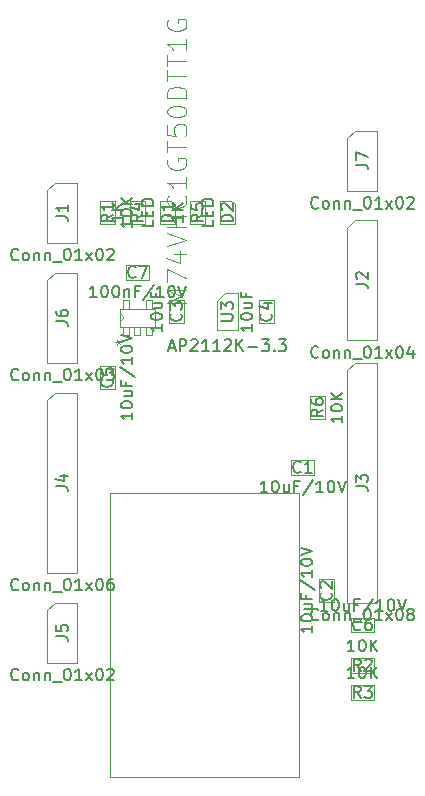
<source format=gbr>
G04 #@! TF.GenerationSoftware,KiCad,Pcbnew,5.1.7-a382d34a8~88~ubuntu20.04.1*
G04 #@! TF.CreationDate,2021-04-25T17:10:14-07:00*
G04 #@! TF.ProjectId,esp8266-wiz550io,65737038-3236-4362-9d77-697a35353069,Feb2021*
G04 #@! TF.SameCoordinates,Original*
G04 #@! TF.FileFunction,Other,Fab,Top*
%FSLAX46Y46*%
G04 Gerber Fmt 4.6, Leading zero omitted, Abs format (unit mm)*
G04 Created by KiCad (PCBNEW 5.1.7-a382d34a8~88~ubuntu20.04.1) date 2021-04-25 17:10:14*
%MOMM*%
%LPD*%
G01*
G04 APERTURE LIST*
%ADD10C,0.050000*%
%ADD11C,0.100000*%
%ADD12C,0.150000*%
%ADD13C,0.015000*%
G04 APERTURE END LIST*
D10*
G04 #@! TO.C,U1*
X54850000Y-82060000D02*
X54850000Y-58060000D01*
X54858000Y-58060000D02*
X70858000Y-58060000D01*
X70858000Y-58060000D02*
X70858000Y-82060000D01*
X70858000Y-82060000D02*
X54858000Y-82060000D01*
D11*
G04 #@! TO.C,J7*
X75565000Y-27365000D02*
X77470000Y-27365000D01*
X77470000Y-27365000D02*
X77470000Y-32445000D01*
X77470000Y-32445000D02*
X74930000Y-32445000D01*
X74930000Y-32445000D02*
X74930000Y-28000000D01*
X74930000Y-28000000D02*
X75565000Y-27365000D01*
G04 #@! TO.C,C7*
X58150000Y-39970000D02*
X56150000Y-39970000D01*
X58150000Y-38770000D02*
X58150000Y-39970000D01*
X56150000Y-38770000D02*
X58150000Y-38770000D01*
X56150000Y-39970000D02*
X56150000Y-38770000D01*
G04 #@! TO.C,C4*
X67472000Y-43672000D02*
X67472000Y-41672000D01*
X68672000Y-43672000D02*
X67472000Y-43672000D01*
X68672000Y-41672000D02*
X68672000Y-43672000D01*
X67472000Y-41672000D02*
X68672000Y-41672000D01*
G04 #@! TO.C,C3*
X59852000Y-43672000D02*
X59852000Y-41672000D01*
X61052000Y-43672000D02*
X59852000Y-43672000D01*
X61052000Y-41672000D02*
X61052000Y-43672000D01*
X59852000Y-41672000D02*
X61052000Y-41672000D01*
G04 #@! TO.C,C6*
X75200000Y-68615000D02*
X77200000Y-68615000D01*
X75200000Y-69815000D02*
X75200000Y-68615000D01*
X77200000Y-69815000D02*
X75200000Y-69815000D01*
X77200000Y-68615000D02*
X77200000Y-69815000D01*
G04 #@! TO.C,C5*
X55210000Y-47260000D02*
X55210000Y-49260000D01*
X54010000Y-47260000D02*
X55210000Y-47260000D01*
X54010000Y-49260000D02*
X54010000Y-47260000D01*
X55210000Y-49260000D02*
X54010000Y-49260000D01*
G04 #@! TO.C,U3*
X65670000Y-41122000D02*
X65670000Y-44222000D01*
X65670000Y-44222000D02*
X63870000Y-44222000D01*
X63870000Y-41772000D02*
X63870000Y-44222000D01*
X65670000Y-41122000D02*
X64520000Y-41122000D01*
X63870000Y-41772000D02*
X64520000Y-41122000D01*
G04 #@! TO.C,U2*
X55956200Y-41681400D02*
X55956200Y-42418000D01*
X56438800Y-41681400D02*
X55956200Y-41681400D01*
X56438800Y-42418000D02*
X56438800Y-41681400D01*
X55956200Y-42418000D02*
X56438800Y-42418000D01*
X55651400Y-42418000D02*
X55956200Y-42418000D01*
X57861200Y-41681400D02*
X57861200Y-42418000D01*
X58343800Y-41681400D02*
X57861200Y-41681400D01*
X58343800Y-42418000D02*
X58343800Y-41681400D01*
X58343800Y-44678600D02*
X58343800Y-43942000D01*
X57861200Y-44678600D02*
X58343800Y-44678600D01*
X57861200Y-43942000D02*
X57861200Y-44678600D01*
X58343800Y-43942000D02*
X57861200Y-43942000D01*
X58648600Y-43942000D02*
X58343800Y-43942000D01*
X57404000Y-44678600D02*
X57404000Y-43942000D01*
X56896000Y-44678600D02*
X57404000Y-44678600D01*
X56896000Y-43942000D02*
X56896000Y-44678600D01*
X56438800Y-44678600D02*
X56438800Y-43942000D01*
X55956200Y-44678600D02*
X56438800Y-44678600D01*
X55956200Y-43942000D02*
X55956200Y-44678600D01*
X57404000Y-43942000D02*
X57861200Y-43942000D01*
X56896000Y-43942000D02*
X57404000Y-43942000D01*
X56438800Y-43942000D02*
X56896000Y-43942000D01*
X55956200Y-43942000D02*
X56438800Y-43942000D01*
X55651400Y-43942000D02*
X55956200Y-43942000D01*
X55651400Y-43484800D02*
X55651400Y-43942000D01*
X55651400Y-42875200D02*
X55651400Y-43484800D01*
X55651400Y-42418000D02*
X55651400Y-42875200D01*
X57861200Y-42418000D02*
X56438800Y-42418000D01*
X58343800Y-42418000D02*
X57861200Y-42418000D01*
X58648600Y-42418000D02*
X58343800Y-42418000D01*
X58648600Y-43942000D02*
X58648600Y-42418000D01*
X55651400Y-42875200D02*
G75*
G02*
X55651400Y-43484800I0J-304800D01*
G01*
G04 #@! TO.C,R6*
X72990000Y-49800000D02*
X72990000Y-51800000D01*
X71790000Y-49800000D02*
X72990000Y-49800000D01*
X71790000Y-51800000D02*
X71790000Y-49800000D01*
X72990000Y-51800000D02*
X71790000Y-51800000D01*
G04 #@! TO.C,R5*
X61630000Y-35290000D02*
X61630000Y-33290000D01*
X62830000Y-35290000D02*
X61630000Y-35290000D01*
X62830000Y-33290000D02*
X62830000Y-35290000D01*
X61630000Y-33290000D02*
X62830000Y-33290000D01*
G04 #@! TO.C,R4*
X56550000Y-35290000D02*
X56550000Y-33290000D01*
X57750000Y-35290000D02*
X56550000Y-35290000D01*
X57750000Y-33290000D02*
X57750000Y-35290000D01*
X56550000Y-33290000D02*
X57750000Y-33290000D01*
G04 #@! TO.C,R3*
X75200000Y-74330000D02*
X77200000Y-74330000D01*
X75200000Y-75530000D02*
X75200000Y-74330000D01*
X77200000Y-75530000D02*
X75200000Y-75530000D01*
X77200000Y-74330000D02*
X77200000Y-75530000D01*
G04 #@! TO.C,R2*
X75200000Y-72044000D02*
X77200000Y-72044000D01*
X75200000Y-73244000D02*
X75200000Y-72044000D01*
X77200000Y-73244000D02*
X75200000Y-73244000D01*
X77200000Y-72044000D02*
X77200000Y-73244000D01*
G04 #@! TO.C,R1*
X55210000Y-33290000D02*
X55210000Y-35290000D01*
X54010000Y-33290000D02*
X55210000Y-33290000D01*
X54010000Y-35290000D02*
X54010000Y-33290000D01*
X55210000Y-35290000D02*
X54010000Y-35290000D01*
G04 #@! TO.C,J6*
X49530000Y-40005000D02*
X50165000Y-39370000D01*
X49530000Y-46990000D02*
X49530000Y-40005000D01*
X52070000Y-46990000D02*
X49530000Y-46990000D01*
X52070000Y-39370000D02*
X52070000Y-46990000D01*
X50165000Y-39370000D02*
X52070000Y-39370000D01*
G04 #@! TO.C,J5*
X50165000Y-67310000D02*
X52070000Y-67310000D01*
X52070000Y-67310000D02*
X52070000Y-72390000D01*
X52070000Y-72390000D02*
X49530000Y-72390000D01*
X49530000Y-72390000D02*
X49530000Y-67945000D01*
X49530000Y-67945000D02*
X50165000Y-67310000D01*
G04 #@! TO.C,J4*
X50165000Y-49530000D02*
X52070000Y-49530000D01*
X52070000Y-49530000D02*
X52070000Y-64770000D01*
X52070000Y-64770000D02*
X49530000Y-64770000D01*
X49530000Y-64770000D02*
X49530000Y-50165000D01*
X49530000Y-50165000D02*
X50165000Y-49530000D01*
G04 #@! TO.C,J3*
X74930000Y-47625000D02*
X75565000Y-46990000D01*
X74930000Y-67310000D02*
X74930000Y-47625000D01*
X77470000Y-67310000D02*
X74930000Y-67310000D01*
X77470000Y-46990000D02*
X77470000Y-67310000D01*
X75565000Y-46990000D02*
X77470000Y-46990000D01*
G04 #@! TO.C,J2*
X75565000Y-34925000D02*
X77470000Y-34925000D01*
X77470000Y-34925000D02*
X77470000Y-45085000D01*
X77470000Y-45085000D02*
X74930000Y-45085000D01*
X74930000Y-45085000D02*
X74930000Y-35560000D01*
X74930000Y-35560000D02*
X75565000Y-34925000D01*
G04 #@! TO.C,J1*
X50165000Y-31750000D02*
X52070000Y-31750000D01*
X52070000Y-31750000D02*
X52070000Y-36830000D01*
X52070000Y-36830000D02*
X49530000Y-36830000D01*
X49530000Y-36830000D02*
X49530000Y-32385000D01*
X49530000Y-32385000D02*
X50165000Y-31750000D01*
G04 #@! TO.C,D2*
X64170000Y-35290000D02*
X65370000Y-35290000D01*
X64170000Y-33290000D02*
X64170000Y-35290000D01*
X65070000Y-33290000D02*
X64170000Y-33290000D01*
X65370000Y-33590000D02*
X65070000Y-33290000D01*
X65370000Y-35290000D02*
X65370000Y-33590000D01*
G04 #@! TO.C,D1*
X59090000Y-35290000D02*
X60290000Y-35290000D01*
X59090000Y-33290000D02*
X59090000Y-35290000D01*
X59990000Y-33290000D02*
X59090000Y-33290000D01*
X60290000Y-33590000D02*
X59990000Y-33290000D01*
X60290000Y-35290000D02*
X60290000Y-33590000D01*
G04 #@! TO.C,C2*
X72552000Y-67294000D02*
X72552000Y-65294000D01*
X73752000Y-67294000D02*
X72552000Y-67294000D01*
X73752000Y-65294000D02*
X73752000Y-67294000D01*
X72552000Y-65294000D02*
X73752000Y-65294000D01*
G04 #@! TO.C,C1*
X72120000Y-56480000D02*
X70120000Y-56480000D01*
X72120000Y-55280000D02*
X72120000Y-56480000D01*
X70120000Y-55280000D02*
X72120000Y-55280000D01*
X70120000Y-56480000D02*
X70120000Y-55280000D01*
G04 #@! TD*
G04 #@! TO.C,J7*
D12*
X72461904Y-33862142D02*
X72414285Y-33909761D01*
X72271428Y-33957380D01*
X72176190Y-33957380D01*
X72033333Y-33909761D01*
X71938095Y-33814523D01*
X71890476Y-33719285D01*
X71842857Y-33528809D01*
X71842857Y-33385952D01*
X71890476Y-33195476D01*
X71938095Y-33100238D01*
X72033333Y-33005000D01*
X72176190Y-32957380D01*
X72271428Y-32957380D01*
X72414285Y-33005000D01*
X72461904Y-33052619D01*
X73033333Y-33957380D02*
X72938095Y-33909761D01*
X72890476Y-33862142D01*
X72842857Y-33766904D01*
X72842857Y-33481190D01*
X72890476Y-33385952D01*
X72938095Y-33338333D01*
X73033333Y-33290714D01*
X73176190Y-33290714D01*
X73271428Y-33338333D01*
X73319047Y-33385952D01*
X73366666Y-33481190D01*
X73366666Y-33766904D01*
X73319047Y-33862142D01*
X73271428Y-33909761D01*
X73176190Y-33957380D01*
X73033333Y-33957380D01*
X73795238Y-33290714D02*
X73795238Y-33957380D01*
X73795238Y-33385952D02*
X73842857Y-33338333D01*
X73938095Y-33290714D01*
X74080952Y-33290714D01*
X74176190Y-33338333D01*
X74223809Y-33433571D01*
X74223809Y-33957380D01*
X74700000Y-33290714D02*
X74700000Y-33957380D01*
X74700000Y-33385952D02*
X74747619Y-33338333D01*
X74842857Y-33290714D01*
X74985714Y-33290714D01*
X75080952Y-33338333D01*
X75128571Y-33433571D01*
X75128571Y-33957380D01*
X75366666Y-34052619D02*
X76128571Y-34052619D01*
X76557142Y-32957380D02*
X76652380Y-32957380D01*
X76747619Y-33005000D01*
X76795238Y-33052619D01*
X76842857Y-33147857D01*
X76890476Y-33338333D01*
X76890476Y-33576428D01*
X76842857Y-33766904D01*
X76795238Y-33862142D01*
X76747619Y-33909761D01*
X76652380Y-33957380D01*
X76557142Y-33957380D01*
X76461904Y-33909761D01*
X76414285Y-33862142D01*
X76366666Y-33766904D01*
X76319047Y-33576428D01*
X76319047Y-33338333D01*
X76366666Y-33147857D01*
X76414285Y-33052619D01*
X76461904Y-33005000D01*
X76557142Y-32957380D01*
X77842857Y-33957380D02*
X77271428Y-33957380D01*
X77557142Y-33957380D02*
X77557142Y-32957380D01*
X77461904Y-33100238D01*
X77366666Y-33195476D01*
X77271428Y-33243095D01*
X78176190Y-33957380D02*
X78700000Y-33290714D01*
X78176190Y-33290714D02*
X78700000Y-33957380D01*
X79271428Y-32957380D02*
X79366666Y-32957380D01*
X79461904Y-33005000D01*
X79509523Y-33052619D01*
X79557142Y-33147857D01*
X79604761Y-33338333D01*
X79604761Y-33576428D01*
X79557142Y-33766904D01*
X79509523Y-33862142D01*
X79461904Y-33909761D01*
X79366666Y-33957380D01*
X79271428Y-33957380D01*
X79176190Y-33909761D01*
X79128571Y-33862142D01*
X79080952Y-33766904D01*
X79033333Y-33576428D01*
X79033333Y-33338333D01*
X79080952Y-33147857D01*
X79128571Y-33052619D01*
X79176190Y-33005000D01*
X79271428Y-32957380D01*
X79985714Y-33052619D02*
X80033333Y-33005000D01*
X80128571Y-32957380D01*
X80366666Y-32957380D01*
X80461904Y-33005000D01*
X80509523Y-33052619D01*
X80557142Y-33147857D01*
X80557142Y-33243095D01*
X80509523Y-33385952D01*
X79938095Y-33957380D01*
X80557142Y-33957380D01*
X75652380Y-30238333D02*
X76366666Y-30238333D01*
X76509523Y-30285952D01*
X76604761Y-30381190D01*
X76652380Y-30524047D01*
X76652380Y-30619285D01*
X75652380Y-29857380D02*
X75652380Y-29190714D01*
X76652380Y-29619285D01*
G04 #@! TO.C,C7*
X53697619Y-41472380D02*
X53126190Y-41472380D01*
X53411904Y-41472380D02*
X53411904Y-40472380D01*
X53316666Y-40615238D01*
X53221428Y-40710476D01*
X53126190Y-40758095D01*
X54316666Y-40472380D02*
X54411904Y-40472380D01*
X54507142Y-40520000D01*
X54554761Y-40567619D01*
X54602380Y-40662857D01*
X54650000Y-40853333D01*
X54650000Y-41091428D01*
X54602380Y-41281904D01*
X54554761Y-41377142D01*
X54507142Y-41424761D01*
X54411904Y-41472380D01*
X54316666Y-41472380D01*
X54221428Y-41424761D01*
X54173809Y-41377142D01*
X54126190Y-41281904D01*
X54078571Y-41091428D01*
X54078571Y-40853333D01*
X54126190Y-40662857D01*
X54173809Y-40567619D01*
X54221428Y-40520000D01*
X54316666Y-40472380D01*
X55269047Y-40472380D02*
X55364285Y-40472380D01*
X55459523Y-40520000D01*
X55507142Y-40567619D01*
X55554761Y-40662857D01*
X55602380Y-40853333D01*
X55602380Y-41091428D01*
X55554761Y-41281904D01*
X55507142Y-41377142D01*
X55459523Y-41424761D01*
X55364285Y-41472380D01*
X55269047Y-41472380D01*
X55173809Y-41424761D01*
X55126190Y-41377142D01*
X55078571Y-41281904D01*
X55030952Y-41091428D01*
X55030952Y-40853333D01*
X55078571Y-40662857D01*
X55126190Y-40567619D01*
X55173809Y-40520000D01*
X55269047Y-40472380D01*
X56030952Y-40805714D02*
X56030952Y-41472380D01*
X56030952Y-40900952D02*
X56078571Y-40853333D01*
X56173809Y-40805714D01*
X56316666Y-40805714D01*
X56411904Y-40853333D01*
X56459523Y-40948571D01*
X56459523Y-41472380D01*
X57269047Y-40948571D02*
X56935714Y-40948571D01*
X56935714Y-41472380D02*
X56935714Y-40472380D01*
X57411904Y-40472380D01*
X58507142Y-40424761D02*
X57650000Y-41710476D01*
X59364285Y-41472380D02*
X58792857Y-41472380D01*
X59078571Y-41472380D02*
X59078571Y-40472380D01*
X58983333Y-40615238D01*
X58888095Y-40710476D01*
X58792857Y-40758095D01*
X59983333Y-40472380D02*
X60078571Y-40472380D01*
X60173809Y-40520000D01*
X60221428Y-40567619D01*
X60269047Y-40662857D01*
X60316666Y-40853333D01*
X60316666Y-41091428D01*
X60269047Y-41281904D01*
X60221428Y-41377142D01*
X60173809Y-41424761D01*
X60078571Y-41472380D01*
X59983333Y-41472380D01*
X59888095Y-41424761D01*
X59840476Y-41377142D01*
X59792857Y-41281904D01*
X59745238Y-41091428D01*
X59745238Y-40853333D01*
X59792857Y-40662857D01*
X59840476Y-40567619D01*
X59888095Y-40520000D01*
X59983333Y-40472380D01*
X60602380Y-40472380D02*
X60935714Y-41472380D01*
X61269047Y-40472380D01*
X56983333Y-39727142D02*
X56935714Y-39774761D01*
X56792857Y-39822380D01*
X56697619Y-39822380D01*
X56554761Y-39774761D01*
X56459523Y-39679523D01*
X56411904Y-39584285D01*
X56364285Y-39393809D01*
X56364285Y-39250952D01*
X56411904Y-39060476D01*
X56459523Y-38965238D01*
X56554761Y-38870000D01*
X56697619Y-38822380D01*
X56792857Y-38822380D01*
X56935714Y-38870000D01*
X56983333Y-38917619D01*
X57316666Y-38822380D02*
X57983333Y-38822380D01*
X57554761Y-39822380D01*
G04 #@! TO.C,C4*
X66874380Y-43743428D02*
X66874380Y-44314857D01*
X66874380Y-44029142D02*
X65874380Y-44029142D01*
X66017238Y-44124380D01*
X66112476Y-44219619D01*
X66160095Y-44314857D01*
X65874380Y-43124380D02*
X65874380Y-43029142D01*
X65922000Y-42933904D01*
X65969619Y-42886285D01*
X66064857Y-42838666D01*
X66255333Y-42791047D01*
X66493428Y-42791047D01*
X66683904Y-42838666D01*
X66779142Y-42886285D01*
X66826761Y-42933904D01*
X66874380Y-43029142D01*
X66874380Y-43124380D01*
X66826761Y-43219619D01*
X66779142Y-43267238D01*
X66683904Y-43314857D01*
X66493428Y-43362476D01*
X66255333Y-43362476D01*
X66064857Y-43314857D01*
X65969619Y-43267238D01*
X65922000Y-43219619D01*
X65874380Y-43124380D01*
X66207714Y-41933904D02*
X66874380Y-41933904D01*
X66207714Y-42362476D02*
X66731523Y-42362476D01*
X66826761Y-42314857D01*
X66874380Y-42219619D01*
X66874380Y-42076761D01*
X66826761Y-41981523D01*
X66779142Y-41933904D01*
X66350571Y-41124380D02*
X66350571Y-41457714D01*
X66874380Y-41457714D02*
X65874380Y-41457714D01*
X65874380Y-40981523D01*
X68429142Y-42838666D02*
X68476761Y-42886285D01*
X68524380Y-43029142D01*
X68524380Y-43124380D01*
X68476761Y-43267238D01*
X68381523Y-43362476D01*
X68286285Y-43410095D01*
X68095809Y-43457714D01*
X67952952Y-43457714D01*
X67762476Y-43410095D01*
X67667238Y-43362476D01*
X67572000Y-43267238D01*
X67524380Y-43124380D01*
X67524380Y-43029142D01*
X67572000Y-42886285D01*
X67619619Y-42838666D01*
X67857714Y-41981523D02*
X68524380Y-41981523D01*
X67476761Y-42219619D02*
X68191047Y-42457714D01*
X68191047Y-41838666D01*
G04 #@! TO.C,C3*
X59254380Y-43743428D02*
X59254380Y-44314857D01*
X59254380Y-44029142D02*
X58254380Y-44029142D01*
X58397238Y-44124380D01*
X58492476Y-44219619D01*
X58540095Y-44314857D01*
X58254380Y-43124380D02*
X58254380Y-43029142D01*
X58302000Y-42933904D01*
X58349619Y-42886285D01*
X58444857Y-42838666D01*
X58635333Y-42791047D01*
X58873428Y-42791047D01*
X59063904Y-42838666D01*
X59159142Y-42886285D01*
X59206761Y-42933904D01*
X59254380Y-43029142D01*
X59254380Y-43124380D01*
X59206761Y-43219619D01*
X59159142Y-43267238D01*
X59063904Y-43314857D01*
X58873428Y-43362476D01*
X58635333Y-43362476D01*
X58444857Y-43314857D01*
X58349619Y-43267238D01*
X58302000Y-43219619D01*
X58254380Y-43124380D01*
X58587714Y-41933904D02*
X59254380Y-41933904D01*
X58587714Y-42362476D02*
X59111523Y-42362476D01*
X59206761Y-42314857D01*
X59254380Y-42219619D01*
X59254380Y-42076761D01*
X59206761Y-41981523D01*
X59159142Y-41933904D01*
X58730571Y-41124380D02*
X58730571Y-41457714D01*
X59254380Y-41457714D02*
X58254380Y-41457714D01*
X58254380Y-40981523D01*
X60809142Y-42838666D02*
X60856761Y-42886285D01*
X60904380Y-43029142D01*
X60904380Y-43124380D01*
X60856761Y-43267238D01*
X60761523Y-43362476D01*
X60666285Y-43410095D01*
X60475809Y-43457714D01*
X60332952Y-43457714D01*
X60142476Y-43410095D01*
X60047238Y-43362476D01*
X59952000Y-43267238D01*
X59904380Y-43124380D01*
X59904380Y-43029142D01*
X59952000Y-42886285D01*
X59999619Y-42838666D01*
X59904380Y-42505333D02*
X59904380Y-41886285D01*
X60285333Y-42219619D01*
X60285333Y-42076761D01*
X60332952Y-41981523D01*
X60380571Y-41933904D01*
X60475809Y-41886285D01*
X60713904Y-41886285D01*
X60809142Y-41933904D01*
X60856761Y-41981523D01*
X60904380Y-42076761D01*
X60904380Y-42362476D01*
X60856761Y-42457714D01*
X60809142Y-42505333D01*
G04 #@! TO.C,C6*
X73223809Y-68017380D02*
X72652380Y-68017380D01*
X72938095Y-68017380D02*
X72938095Y-67017380D01*
X72842857Y-67160238D01*
X72747619Y-67255476D01*
X72652380Y-67303095D01*
X73842857Y-67017380D02*
X73938095Y-67017380D01*
X74033333Y-67065000D01*
X74080952Y-67112619D01*
X74128571Y-67207857D01*
X74176190Y-67398333D01*
X74176190Y-67636428D01*
X74128571Y-67826904D01*
X74080952Y-67922142D01*
X74033333Y-67969761D01*
X73938095Y-68017380D01*
X73842857Y-68017380D01*
X73747619Y-67969761D01*
X73700000Y-67922142D01*
X73652380Y-67826904D01*
X73604761Y-67636428D01*
X73604761Y-67398333D01*
X73652380Y-67207857D01*
X73700000Y-67112619D01*
X73747619Y-67065000D01*
X73842857Y-67017380D01*
X75033333Y-67350714D02*
X75033333Y-68017380D01*
X74604761Y-67350714D02*
X74604761Y-67874523D01*
X74652380Y-67969761D01*
X74747619Y-68017380D01*
X74890476Y-68017380D01*
X74985714Y-67969761D01*
X75033333Y-67922142D01*
X75842857Y-67493571D02*
X75509523Y-67493571D01*
X75509523Y-68017380D02*
X75509523Y-67017380D01*
X75985714Y-67017380D01*
X77080952Y-66969761D02*
X76223809Y-68255476D01*
X77938095Y-68017380D02*
X77366666Y-68017380D01*
X77652380Y-68017380D02*
X77652380Y-67017380D01*
X77557142Y-67160238D01*
X77461904Y-67255476D01*
X77366666Y-67303095D01*
X78557142Y-67017380D02*
X78652380Y-67017380D01*
X78747619Y-67065000D01*
X78795238Y-67112619D01*
X78842857Y-67207857D01*
X78890476Y-67398333D01*
X78890476Y-67636428D01*
X78842857Y-67826904D01*
X78795238Y-67922142D01*
X78747619Y-67969761D01*
X78652380Y-68017380D01*
X78557142Y-68017380D01*
X78461904Y-67969761D01*
X78414285Y-67922142D01*
X78366666Y-67826904D01*
X78319047Y-67636428D01*
X78319047Y-67398333D01*
X78366666Y-67207857D01*
X78414285Y-67112619D01*
X78461904Y-67065000D01*
X78557142Y-67017380D01*
X79176190Y-67017380D02*
X79509523Y-68017380D01*
X79842857Y-67017380D01*
X76033333Y-69572142D02*
X75985714Y-69619761D01*
X75842857Y-69667380D01*
X75747619Y-69667380D01*
X75604761Y-69619761D01*
X75509523Y-69524523D01*
X75461904Y-69429285D01*
X75414285Y-69238809D01*
X75414285Y-69095952D01*
X75461904Y-68905476D01*
X75509523Y-68810238D01*
X75604761Y-68715000D01*
X75747619Y-68667380D01*
X75842857Y-68667380D01*
X75985714Y-68715000D01*
X76033333Y-68762619D01*
X76890476Y-68667380D02*
X76700000Y-68667380D01*
X76604761Y-68715000D01*
X76557142Y-68762619D01*
X76461904Y-68905476D01*
X76414285Y-69095952D01*
X76414285Y-69476904D01*
X76461904Y-69572142D01*
X76509523Y-69619761D01*
X76604761Y-69667380D01*
X76795238Y-69667380D01*
X76890476Y-69619761D01*
X76938095Y-69572142D01*
X76985714Y-69476904D01*
X76985714Y-69238809D01*
X76938095Y-69143571D01*
X76890476Y-69095952D01*
X76795238Y-69048333D01*
X76604761Y-69048333D01*
X76509523Y-69095952D01*
X76461904Y-69143571D01*
X76414285Y-69238809D01*
G04 #@! TO.C,C5*
X56712380Y-51236190D02*
X56712380Y-51807619D01*
X56712380Y-51521904D02*
X55712380Y-51521904D01*
X55855238Y-51617142D01*
X55950476Y-51712380D01*
X55998095Y-51807619D01*
X55712380Y-50617142D02*
X55712380Y-50521904D01*
X55760000Y-50426666D01*
X55807619Y-50379047D01*
X55902857Y-50331428D01*
X56093333Y-50283809D01*
X56331428Y-50283809D01*
X56521904Y-50331428D01*
X56617142Y-50379047D01*
X56664761Y-50426666D01*
X56712380Y-50521904D01*
X56712380Y-50617142D01*
X56664761Y-50712380D01*
X56617142Y-50760000D01*
X56521904Y-50807619D01*
X56331428Y-50855238D01*
X56093333Y-50855238D01*
X55902857Y-50807619D01*
X55807619Y-50760000D01*
X55760000Y-50712380D01*
X55712380Y-50617142D01*
X56045714Y-49426666D02*
X56712380Y-49426666D01*
X56045714Y-49855238D02*
X56569523Y-49855238D01*
X56664761Y-49807619D01*
X56712380Y-49712380D01*
X56712380Y-49569523D01*
X56664761Y-49474285D01*
X56617142Y-49426666D01*
X56188571Y-48617142D02*
X56188571Y-48950476D01*
X56712380Y-48950476D02*
X55712380Y-48950476D01*
X55712380Y-48474285D01*
X55664761Y-47379047D02*
X56950476Y-48236190D01*
X56712380Y-46521904D02*
X56712380Y-47093333D01*
X56712380Y-46807619D02*
X55712380Y-46807619D01*
X55855238Y-46902857D01*
X55950476Y-46998095D01*
X55998095Y-47093333D01*
X55712380Y-45902857D02*
X55712380Y-45807619D01*
X55760000Y-45712380D01*
X55807619Y-45664761D01*
X55902857Y-45617142D01*
X56093333Y-45569523D01*
X56331428Y-45569523D01*
X56521904Y-45617142D01*
X56617142Y-45664761D01*
X56664761Y-45712380D01*
X56712380Y-45807619D01*
X56712380Y-45902857D01*
X56664761Y-45998095D01*
X56617142Y-46045714D01*
X56521904Y-46093333D01*
X56331428Y-46140952D01*
X56093333Y-46140952D01*
X55902857Y-46093333D01*
X55807619Y-46045714D01*
X55760000Y-45998095D01*
X55712380Y-45902857D01*
X55712380Y-45283809D02*
X56712380Y-44950476D01*
X55712380Y-44617142D01*
X54967142Y-48426666D02*
X55014761Y-48474285D01*
X55062380Y-48617142D01*
X55062380Y-48712380D01*
X55014761Y-48855238D01*
X54919523Y-48950476D01*
X54824285Y-48998095D01*
X54633809Y-49045714D01*
X54490952Y-49045714D01*
X54300476Y-48998095D01*
X54205238Y-48950476D01*
X54110000Y-48855238D01*
X54062380Y-48712380D01*
X54062380Y-48617142D01*
X54110000Y-48474285D01*
X54157619Y-48426666D01*
X54062380Y-47521904D02*
X54062380Y-47998095D01*
X54538571Y-48045714D01*
X54490952Y-47998095D01*
X54443333Y-47902857D01*
X54443333Y-47664761D01*
X54490952Y-47569523D01*
X54538571Y-47521904D01*
X54633809Y-47474285D01*
X54871904Y-47474285D01*
X54967142Y-47521904D01*
X55014761Y-47569523D01*
X55062380Y-47664761D01*
X55062380Y-47902857D01*
X55014761Y-47998095D01*
X54967142Y-48045714D01*
G04 #@! TO.C,U3*
X59817619Y-45738666D02*
X60293809Y-45738666D01*
X59722380Y-46024380D02*
X60055714Y-45024380D01*
X60389047Y-46024380D01*
X60722380Y-46024380D02*
X60722380Y-45024380D01*
X61103333Y-45024380D01*
X61198571Y-45072000D01*
X61246190Y-45119619D01*
X61293809Y-45214857D01*
X61293809Y-45357714D01*
X61246190Y-45452952D01*
X61198571Y-45500571D01*
X61103333Y-45548190D01*
X60722380Y-45548190D01*
X61674761Y-45119619D02*
X61722380Y-45072000D01*
X61817619Y-45024380D01*
X62055714Y-45024380D01*
X62150952Y-45072000D01*
X62198571Y-45119619D01*
X62246190Y-45214857D01*
X62246190Y-45310095D01*
X62198571Y-45452952D01*
X61627142Y-46024380D01*
X62246190Y-46024380D01*
X63198571Y-46024380D02*
X62627142Y-46024380D01*
X62912857Y-46024380D02*
X62912857Y-45024380D01*
X62817619Y-45167238D01*
X62722380Y-45262476D01*
X62627142Y-45310095D01*
X64150952Y-46024380D02*
X63579523Y-46024380D01*
X63865238Y-46024380D02*
X63865238Y-45024380D01*
X63770000Y-45167238D01*
X63674761Y-45262476D01*
X63579523Y-45310095D01*
X64531904Y-45119619D02*
X64579523Y-45072000D01*
X64674761Y-45024380D01*
X64912857Y-45024380D01*
X65008095Y-45072000D01*
X65055714Y-45119619D01*
X65103333Y-45214857D01*
X65103333Y-45310095D01*
X65055714Y-45452952D01*
X64484285Y-46024380D01*
X65103333Y-46024380D01*
X65531904Y-46024380D02*
X65531904Y-45024380D01*
X66103333Y-46024380D02*
X65674761Y-45452952D01*
X66103333Y-45024380D02*
X65531904Y-45595809D01*
X66531904Y-45643428D02*
X67293809Y-45643428D01*
X67674761Y-45024380D02*
X68293809Y-45024380D01*
X67960476Y-45405333D01*
X68103333Y-45405333D01*
X68198571Y-45452952D01*
X68246190Y-45500571D01*
X68293809Y-45595809D01*
X68293809Y-45833904D01*
X68246190Y-45929142D01*
X68198571Y-45976761D01*
X68103333Y-46024380D01*
X67817619Y-46024380D01*
X67722380Y-45976761D01*
X67674761Y-45929142D01*
X68722380Y-45929142D02*
X68770000Y-45976761D01*
X68722380Y-46024380D01*
X68674761Y-45976761D01*
X68722380Y-45929142D01*
X68722380Y-46024380D01*
X69103333Y-45024380D02*
X69722380Y-45024380D01*
X69389047Y-45405333D01*
X69531904Y-45405333D01*
X69627142Y-45452952D01*
X69674761Y-45500571D01*
X69722380Y-45595809D01*
X69722380Y-45833904D01*
X69674761Y-45929142D01*
X69627142Y-45976761D01*
X69531904Y-46024380D01*
X69246190Y-46024380D01*
X69150952Y-45976761D01*
X69103333Y-45929142D01*
X64222380Y-43433904D02*
X65031904Y-43433904D01*
X65127142Y-43386285D01*
X65174761Y-43338666D01*
X65222380Y-43243428D01*
X65222380Y-43052952D01*
X65174761Y-42957714D01*
X65127142Y-42910095D01*
X65031904Y-42862476D01*
X64222380Y-42862476D01*
X64222380Y-42481523D02*
X64222380Y-41862476D01*
X64603333Y-42195809D01*
X64603333Y-42052952D01*
X64650952Y-41957714D01*
X64698571Y-41910095D01*
X64793809Y-41862476D01*
X65031904Y-41862476D01*
X65127142Y-41910095D01*
X65174761Y-41957714D01*
X65222380Y-42052952D01*
X65222380Y-42338666D01*
X65174761Y-42433904D01*
X65127142Y-42481523D01*
G04 #@! TO.C,U2*
D13*
X61298890Y-41919547D02*
X59657551Y-41919547D01*
X60829936Y-41372434D01*
X59657551Y-40825321D01*
X61298890Y-40825321D01*
X59657551Y-40200049D02*
X59657551Y-39105823D01*
X61298890Y-39809254D01*
X60204664Y-37777120D02*
X61298890Y-37777120D01*
X59579392Y-38167915D02*
X60751777Y-38558710D01*
X60751777Y-37542643D01*
X59657551Y-37151848D02*
X61298890Y-36604735D01*
X59657551Y-36057622D01*
X61298890Y-35510509D02*
X59657551Y-35510509D01*
X60439141Y-35510509D02*
X60439141Y-34572601D01*
X61298890Y-34572601D02*
X59657551Y-34572601D01*
X61142572Y-32853103D02*
X61220731Y-32931262D01*
X61298890Y-33165739D01*
X61298890Y-33322057D01*
X61220731Y-33556534D01*
X61064413Y-33712852D01*
X60908095Y-33791011D01*
X60595459Y-33869170D01*
X60360982Y-33869170D01*
X60048346Y-33791011D01*
X59892028Y-33712852D01*
X59735710Y-33556534D01*
X59657551Y-33322057D01*
X59657551Y-33165739D01*
X59735710Y-32931262D01*
X59813869Y-32853103D01*
X61298890Y-31289923D02*
X61298890Y-32227831D01*
X61298890Y-31758877D02*
X59657551Y-31758877D01*
X59892028Y-31915195D01*
X60048346Y-32071513D01*
X60126505Y-32227831D01*
X59735710Y-29726743D02*
X59657551Y-29883061D01*
X59657551Y-30117538D01*
X59735710Y-30352015D01*
X59892028Y-30508333D01*
X60048346Y-30586492D01*
X60360982Y-30664651D01*
X60595459Y-30664651D01*
X60908095Y-30586492D01*
X61064413Y-30508333D01*
X61220731Y-30352015D01*
X61298890Y-30117538D01*
X61298890Y-29961220D01*
X61220731Y-29726743D01*
X61142572Y-29648584D01*
X60595459Y-29648584D01*
X60595459Y-29961220D01*
X59657551Y-29179630D02*
X59657551Y-28241722D01*
X61298890Y-28710676D02*
X59657551Y-28710676D01*
X59657551Y-26913019D02*
X59657551Y-27694609D01*
X60439141Y-27772768D01*
X60360982Y-27694609D01*
X60282823Y-27538291D01*
X60282823Y-27147496D01*
X60360982Y-26991178D01*
X60439141Y-26913019D01*
X60595459Y-26834860D01*
X60986254Y-26834860D01*
X61142572Y-26913019D01*
X61220731Y-26991178D01*
X61298890Y-27147496D01*
X61298890Y-27538291D01*
X61220731Y-27694609D01*
X61142572Y-27772768D01*
X59657551Y-25818793D02*
X59657551Y-25662475D01*
X59735710Y-25506157D01*
X59813869Y-25427998D01*
X59970187Y-25349839D01*
X60282823Y-25271680D01*
X60673618Y-25271680D01*
X60986254Y-25349839D01*
X61142572Y-25427998D01*
X61220731Y-25506157D01*
X61298890Y-25662475D01*
X61298890Y-25818793D01*
X61220731Y-25975111D01*
X61142572Y-26053270D01*
X60986254Y-26131429D01*
X60673618Y-26209588D01*
X60282823Y-26209588D01*
X59970187Y-26131429D01*
X59813869Y-26053270D01*
X59735710Y-25975111D01*
X59657551Y-25818793D01*
X61298890Y-24568249D02*
X59657551Y-24568249D01*
X59657551Y-24177454D01*
X59735710Y-23942977D01*
X59892028Y-23786659D01*
X60048346Y-23708500D01*
X60360982Y-23630341D01*
X60595459Y-23630341D01*
X60908095Y-23708500D01*
X61064413Y-23786659D01*
X61220731Y-23942977D01*
X61298890Y-24177454D01*
X61298890Y-24568249D01*
X59657551Y-23161387D02*
X59657551Y-22223479D01*
X61298890Y-22692433D02*
X59657551Y-22692433D01*
X59657551Y-21910843D02*
X59657551Y-20972935D01*
X61298890Y-21441889D02*
X59657551Y-21441889D01*
X61298890Y-19566073D02*
X61298890Y-20503981D01*
X61298890Y-20035027D02*
X59657551Y-20035027D01*
X59892028Y-20191345D01*
X60048346Y-20347663D01*
X60126505Y-20503981D01*
X59735710Y-18002893D02*
X59657551Y-18159211D01*
X59657551Y-18393688D01*
X59735710Y-18628165D01*
X59892028Y-18784483D01*
X60048346Y-18862642D01*
X60360982Y-18940801D01*
X60595459Y-18940801D01*
X60908095Y-18862642D01*
X61064413Y-18784483D01*
X61220731Y-18628165D01*
X61298890Y-18393688D01*
X61298890Y-18237370D01*
X61220731Y-18002893D01*
X61142572Y-17924734D01*
X60595459Y-17924734D01*
X60595459Y-18237370D01*
X55230192Y-45288850D02*
X55468361Y-45288850D01*
X55373093Y-45527018D02*
X55468361Y-45288850D01*
X55373093Y-45050681D01*
X55658895Y-45431751D02*
X55468361Y-45288850D01*
X55658895Y-45145949D01*
G04 #@! TO.C,R6*
D12*
X74492380Y-51490476D02*
X74492380Y-52061904D01*
X74492380Y-51776190D02*
X73492380Y-51776190D01*
X73635238Y-51871428D01*
X73730476Y-51966666D01*
X73778095Y-52061904D01*
X73492380Y-50871428D02*
X73492380Y-50776190D01*
X73540000Y-50680952D01*
X73587619Y-50633333D01*
X73682857Y-50585714D01*
X73873333Y-50538095D01*
X74111428Y-50538095D01*
X74301904Y-50585714D01*
X74397142Y-50633333D01*
X74444761Y-50680952D01*
X74492380Y-50776190D01*
X74492380Y-50871428D01*
X74444761Y-50966666D01*
X74397142Y-51014285D01*
X74301904Y-51061904D01*
X74111428Y-51109523D01*
X73873333Y-51109523D01*
X73682857Y-51061904D01*
X73587619Y-51014285D01*
X73540000Y-50966666D01*
X73492380Y-50871428D01*
X74492380Y-50109523D02*
X73492380Y-50109523D01*
X74492380Y-49538095D02*
X73920952Y-49966666D01*
X73492380Y-49538095D02*
X74063809Y-50109523D01*
X72842380Y-50966666D02*
X72366190Y-51300000D01*
X72842380Y-51538095D02*
X71842380Y-51538095D01*
X71842380Y-51157142D01*
X71890000Y-51061904D01*
X71937619Y-51014285D01*
X72032857Y-50966666D01*
X72175714Y-50966666D01*
X72270952Y-51014285D01*
X72318571Y-51061904D01*
X72366190Y-51157142D01*
X72366190Y-51538095D01*
X71842380Y-50109523D02*
X71842380Y-50300000D01*
X71890000Y-50395238D01*
X71937619Y-50442857D01*
X72080476Y-50538095D01*
X72270952Y-50585714D01*
X72651904Y-50585714D01*
X72747142Y-50538095D01*
X72794761Y-50490476D01*
X72842380Y-50395238D01*
X72842380Y-50204761D01*
X72794761Y-50109523D01*
X72747142Y-50061904D01*
X72651904Y-50014285D01*
X72413809Y-50014285D01*
X72318571Y-50061904D01*
X72270952Y-50109523D01*
X72223333Y-50204761D01*
X72223333Y-50395238D01*
X72270952Y-50490476D01*
X72318571Y-50538095D01*
X72413809Y-50585714D01*
G04 #@! TO.C,R5*
X61032380Y-34504285D02*
X61032380Y-35075714D01*
X61032380Y-34790000D02*
X60032380Y-34790000D01*
X60175238Y-34885238D01*
X60270476Y-34980476D01*
X60318095Y-35075714D01*
X61032380Y-34075714D02*
X60032380Y-34075714D01*
X61032380Y-33504285D02*
X60460952Y-33932857D01*
X60032380Y-33504285D02*
X60603809Y-34075714D01*
X62682380Y-34456666D02*
X62206190Y-34790000D01*
X62682380Y-35028095D02*
X61682380Y-35028095D01*
X61682380Y-34647142D01*
X61730000Y-34551904D01*
X61777619Y-34504285D01*
X61872857Y-34456666D01*
X62015714Y-34456666D01*
X62110952Y-34504285D01*
X62158571Y-34551904D01*
X62206190Y-34647142D01*
X62206190Y-35028095D01*
X61682380Y-33551904D02*
X61682380Y-34028095D01*
X62158571Y-34075714D01*
X62110952Y-34028095D01*
X62063333Y-33932857D01*
X62063333Y-33694761D01*
X62110952Y-33599523D01*
X62158571Y-33551904D01*
X62253809Y-33504285D01*
X62491904Y-33504285D01*
X62587142Y-33551904D01*
X62634761Y-33599523D01*
X62682380Y-33694761D01*
X62682380Y-33932857D01*
X62634761Y-34028095D01*
X62587142Y-34075714D01*
G04 #@! TO.C,R4*
X55952380Y-34504285D02*
X55952380Y-35075714D01*
X55952380Y-34790000D02*
X54952380Y-34790000D01*
X55095238Y-34885238D01*
X55190476Y-34980476D01*
X55238095Y-35075714D01*
X55952380Y-34075714D02*
X54952380Y-34075714D01*
X55952380Y-33504285D02*
X55380952Y-33932857D01*
X54952380Y-33504285D02*
X55523809Y-34075714D01*
X57602380Y-34456666D02*
X57126190Y-34790000D01*
X57602380Y-35028095D02*
X56602380Y-35028095D01*
X56602380Y-34647142D01*
X56650000Y-34551904D01*
X56697619Y-34504285D01*
X56792857Y-34456666D01*
X56935714Y-34456666D01*
X57030952Y-34504285D01*
X57078571Y-34551904D01*
X57126190Y-34647142D01*
X57126190Y-35028095D01*
X56935714Y-33599523D02*
X57602380Y-33599523D01*
X56554761Y-33837619D02*
X57269047Y-34075714D01*
X57269047Y-33456666D01*
G04 #@! TO.C,R3*
X75509523Y-73732380D02*
X74938095Y-73732380D01*
X75223809Y-73732380D02*
X75223809Y-72732380D01*
X75128571Y-72875238D01*
X75033333Y-72970476D01*
X74938095Y-73018095D01*
X76128571Y-72732380D02*
X76223809Y-72732380D01*
X76319047Y-72780000D01*
X76366666Y-72827619D01*
X76414285Y-72922857D01*
X76461904Y-73113333D01*
X76461904Y-73351428D01*
X76414285Y-73541904D01*
X76366666Y-73637142D01*
X76319047Y-73684761D01*
X76223809Y-73732380D01*
X76128571Y-73732380D01*
X76033333Y-73684761D01*
X75985714Y-73637142D01*
X75938095Y-73541904D01*
X75890476Y-73351428D01*
X75890476Y-73113333D01*
X75938095Y-72922857D01*
X75985714Y-72827619D01*
X76033333Y-72780000D01*
X76128571Y-72732380D01*
X76890476Y-73732380D02*
X76890476Y-72732380D01*
X77461904Y-73732380D02*
X77033333Y-73160952D01*
X77461904Y-72732380D02*
X76890476Y-73303809D01*
X76033333Y-75382380D02*
X75700000Y-74906190D01*
X75461904Y-75382380D02*
X75461904Y-74382380D01*
X75842857Y-74382380D01*
X75938095Y-74430000D01*
X75985714Y-74477619D01*
X76033333Y-74572857D01*
X76033333Y-74715714D01*
X75985714Y-74810952D01*
X75938095Y-74858571D01*
X75842857Y-74906190D01*
X75461904Y-74906190D01*
X76366666Y-74382380D02*
X76985714Y-74382380D01*
X76652380Y-74763333D01*
X76795238Y-74763333D01*
X76890476Y-74810952D01*
X76938095Y-74858571D01*
X76985714Y-74953809D01*
X76985714Y-75191904D01*
X76938095Y-75287142D01*
X76890476Y-75334761D01*
X76795238Y-75382380D01*
X76509523Y-75382380D01*
X76414285Y-75334761D01*
X76366666Y-75287142D01*
G04 #@! TO.C,R2*
X75509523Y-71446380D02*
X74938095Y-71446380D01*
X75223809Y-71446380D02*
X75223809Y-70446380D01*
X75128571Y-70589238D01*
X75033333Y-70684476D01*
X74938095Y-70732095D01*
X76128571Y-70446380D02*
X76223809Y-70446380D01*
X76319047Y-70494000D01*
X76366666Y-70541619D01*
X76414285Y-70636857D01*
X76461904Y-70827333D01*
X76461904Y-71065428D01*
X76414285Y-71255904D01*
X76366666Y-71351142D01*
X76319047Y-71398761D01*
X76223809Y-71446380D01*
X76128571Y-71446380D01*
X76033333Y-71398761D01*
X75985714Y-71351142D01*
X75938095Y-71255904D01*
X75890476Y-71065428D01*
X75890476Y-70827333D01*
X75938095Y-70636857D01*
X75985714Y-70541619D01*
X76033333Y-70494000D01*
X76128571Y-70446380D01*
X76890476Y-71446380D02*
X76890476Y-70446380D01*
X77461904Y-71446380D02*
X77033333Y-70874952D01*
X77461904Y-70446380D02*
X76890476Y-71017809D01*
X76033333Y-73096380D02*
X75700000Y-72620190D01*
X75461904Y-73096380D02*
X75461904Y-72096380D01*
X75842857Y-72096380D01*
X75938095Y-72144000D01*
X75985714Y-72191619D01*
X76033333Y-72286857D01*
X76033333Y-72429714D01*
X75985714Y-72524952D01*
X75938095Y-72572571D01*
X75842857Y-72620190D01*
X75461904Y-72620190D01*
X76414285Y-72191619D02*
X76461904Y-72144000D01*
X76557142Y-72096380D01*
X76795238Y-72096380D01*
X76890476Y-72144000D01*
X76938095Y-72191619D01*
X76985714Y-72286857D01*
X76985714Y-72382095D01*
X76938095Y-72524952D01*
X76366666Y-73096380D01*
X76985714Y-73096380D01*
G04 #@! TO.C,R1*
X56712380Y-34980476D02*
X56712380Y-35551904D01*
X56712380Y-35266190D02*
X55712380Y-35266190D01*
X55855238Y-35361428D01*
X55950476Y-35456666D01*
X55998095Y-35551904D01*
X55712380Y-34361428D02*
X55712380Y-34266190D01*
X55760000Y-34170952D01*
X55807619Y-34123333D01*
X55902857Y-34075714D01*
X56093333Y-34028095D01*
X56331428Y-34028095D01*
X56521904Y-34075714D01*
X56617142Y-34123333D01*
X56664761Y-34170952D01*
X56712380Y-34266190D01*
X56712380Y-34361428D01*
X56664761Y-34456666D01*
X56617142Y-34504285D01*
X56521904Y-34551904D01*
X56331428Y-34599523D01*
X56093333Y-34599523D01*
X55902857Y-34551904D01*
X55807619Y-34504285D01*
X55760000Y-34456666D01*
X55712380Y-34361428D01*
X56712380Y-33599523D02*
X55712380Y-33599523D01*
X56712380Y-33028095D02*
X56140952Y-33456666D01*
X55712380Y-33028095D02*
X56283809Y-33599523D01*
X55062380Y-34456666D02*
X54586190Y-34790000D01*
X55062380Y-35028095D02*
X54062380Y-35028095D01*
X54062380Y-34647142D01*
X54110000Y-34551904D01*
X54157619Y-34504285D01*
X54252857Y-34456666D01*
X54395714Y-34456666D01*
X54490952Y-34504285D01*
X54538571Y-34551904D01*
X54586190Y-34647142D01*
X54586190Y-35028095D01*
X55062380Y-33504285D02*
X55062380Y-34075714D01*
X55062380Y-33790000D02*
X54062380Y-33790000D01*
X54205238Y-33885238D01*
X54300476Y-33980476D01*
X54348095Y-34075714D01*
G04 #@! TO.C,J6*
X47061904Y-48407142D02*
X47014285Y-48454761D01*
X46871428Y-48502380D01*
X46776190Y-48502380D01*
X46633333Y-48454761D01*
X46538095Y-48359523D01*
X46490476Y-48264285D01*
X46442857Y-48073809D01*
X46442857Y-47930952D01*
X46490476Y-47740476D01*
X46538095Y-47645238D01*
X46633333Y-47550000D01*
X46776190Y-47502380D01*
X46871428Y-47502380D01*
X47014285Y-47550000D01*
X47061904Y-47597619D01*
X47633333Y-48502380D02*
X47538095Y-48454761D01*
X47490476Y-48407142D01*
X47442857Y-48311904D01*
X47442857Y-48026190D01*
X47490476Y-47930952D01*
X47538095Y-47883333D01*
X47633333Y-47835714D01*
X47776190Y-47835714D01*
X47871428Y-47883333D01*
X47919047Y-47930952D01*
X47966666Y-48026190D01*
X47966666Y-48311904D01*
X47919047Y-48407142D01*
X47871428Y-48454761D01*
X47776190Y-48502380D01*
X47633333Y-48502380D01*
X48395238Y-47835714D02*
X48395238Y-48502380D01*
X48395238Y-47930952D02*
X48442857Y-47883333D01*
X48538095Y-47835714D01*
X48680952Y-47835714D01*
X48776190Y-47883333D01*
X48823809Y-47978571D01*
X48823809Y-48502380D01*
X49300000Y-47835714D02*
X49300000Y-48502380D01*
X49300000Y-47930952D02*
X49347619Y-47883333D01*
X49442857Y-47835714D01*
X49585714Y-47835714D01*
X49680952Y-47883333D01*
X49728571Y-47978571D01*
X49728571Y-48502380D01*
X49966666Y-48597619D02*
X50728571Y-48597619D01*
X51157142Y-47502380D02*
X51252380Y-47502380D01*
X51347619Y-47550000D01*
X51395238Y-47597619D01*
X51442857Y-47692857D01*
X51490476Y-47883333D01*
X51490476Y-48121428D01*
X51442857Y-48311904D01*
X51395238Y-48407142D01*
X51347619Y-48454761D01*
X51252380Y-48502380D01*
X51157142Y-48502380D01*
X51061904Y-48454761D01*
X51014285Y-48407142D01*
X50966666Y-48311904D01*
X50919047Y-48121428D01*
X50919047Y-47883333D01*
X50966666Y-47692857D01*
X51014285Y-47597619D01*
X51061904Y-47550000D01*
X51157142Y-47502380D01*
X52442857Y-48502380D02*
X51871428Y-48502380D01*
X52157142Y-48502380D02*
X52157142Y-47502380D01*
X52061904Y-47645238D01*
X51966666Y-47740476D01*
X51871428Y-47788095D01*
X52776190Y-48502380D02*
X53300000Y-47835714D01*
X52776190Y-47835714D02*
X53300000Y-48502380D01*
X53871428Y-47502380D02*
X53966666Y-47502380D01*
X54061904Y-47550000D01*
X54109523Y-47597619D01*
X54157142Y-47692857D01*
X54204761Y-47883333D01*
X54204761Y-48121428D01*
X54157142Y-48311904D01*
X54109523Y-48407142D01*
X54061904Y-48454761D01*
X53966666Y-48502380D01*
X53871428Y-48502380D01*
X53776190Y-48454761D01*
X53728571Y-48407142D01*
X53680952Y-48311904D01*
X53633333Y-48121428D01*
X53633333Y-47883333D01*
X53680952Y-47692857D01*
X53728571Y-47597619D01*
X53776190Y-47550000D01*
X53871428Y-47502380D01*
X54538095Y-47502380D02*
X55157142Y-47502380D01*
X54823809Y-47883333D01*
X54966666Y-47883333D01*
X55061904Y-47930952D01*
X55109523Y-47978571D01*
X55157142Y-48073809D01*
X55157142Y-48311904D01*
X55109523Y-48407142D01*
X55061904Y-48454761D01*
X54966666Y-48502380D01*
X54680952Y-48502380D01*
X54585714Y-48454761D01*
X54538095Y-48407142D01*
X50252380Y-43513333D02*
X50966666Y-43513333D01*
X51109523Y-43560952D01*
X51204761Y-43656190D01*
X51252380Y-43799047D01*
X51252380Y-43894285D01*
X50252380Y-42608571D02*
X50252380Y-42799047D01*
X50300000Y-42894285D01*
X50347619Y-42941904D01*
X50490476Y-43037142D01*
X50680952Y-43084761D01*
X51061904Y-43084761D01*
X51157142Y-43037142D01*
X51204761Y-42989523D01*
X51252380Y-42894285D01*
X51252380Y-42703809D01*
X51204761Y-42608571D01*
X51157142Y-42560952D01*
X51061904Y-42513333D01*
X50823809Y-42513333D01*
X50728571Y-42560952D01*
X50680952Y-42608571D01*
X50633333Y-42703809D01*
X50633333Y-42894285D01*
X50680952Y-42989523D01*
X50728571Y-43037142D01*
X50823809Y-43084761D01*
G04 #@! TO.C,J5*
X47061904Y-73807142D02*
X47014285Y-73854761D01*
X46871428Y-73902380D01*
X46776190Y-73902380D01*
X46633333Y-73854761D01*
X46538095Y-73759523D01*
X46490476Y-73664285D01*
X46442857Y-73473809D01*
X46442857Y-73330952D01*
X46490476Y-73140476D01*
X46538095Y-73045238D01*
X46633333Y-72950000D01*
X46776190Y-72902380D01*
X46871428Y-72902380D01*
X47014285Y-72950000D01*
X47061904Y-72997619D01*
X47633333Y-73902380D02*
X47538095Y-73854761D01*
X47490476Y-73807142D01*
X47442857Y-73711904D01*
X47442857Y-73426190D01*
X47490476Y-73330952D01*
X47538095Y-73283333D01*
X47633333Y-73235714D01*
X47776190Y-73235714D01*
X47871428Y-73283333D01*
X47919047Y-73330952D01*
X47966666Y-73426190D01*
X47966666Y-73711904D01*
X47919047Y-73807142D01*
X47871428Y-73854761D01*
X47776190Y-73902380D01*
X47633333Y-73902380D01*
X48395238Y-73235714D02*
X48395238Y-73902380D01*
X48395238Y-73330952D02*
X48442857Y-73283333D01*
X48538095Y-73235714D01*
X48680952Y-73235714D01*
X48776190Y-73283333D01*
X48823809Y-73378571D01*
X48823809Y-73902380D01*
X49300000Y-73235714D02*
X49300000Y-73902380D01*
X49300000Y-73330952D02*
X49347619Y-73283333D01*
X49442857Y-73235714D01*
X49585714Y-73235714D01*
X49680952Y-73283333D01*
X49728571Y-73378571D01*
X49728571Y-73902380D01*
X49966666Y-73997619D02*
X50728571Y-73997619D01*
X51157142Y-72902380D02*
X51252380Y-72902380D01*
X51347619Y-72950000D01*
X51395238Y-72997619D01*
X51442857Y-73092857D01*
X51490476Y-73283333D01*
X51490476Y-73521428D01*
X51442857Y-73711904D01*
X51395238Y-73807142D01*
X51347619Y-73854761D01*
X51252380Y-73902380D01*
X51157142Y-73902380D01*
X51061904Y-73854761D01*
X51014285Y-73807142D01*
X50966666Y-73711904D01*
X50919047Y-73521428D01*
X50919047Y-73283333D01*
X50966666Y-73092857D01*
X51014285Y-72997619D01*
X51061904Y-72950000D01*
X51157142Y-72902380D01*
X52442857Y-73902380D02*
X51871428Y-73902380D01*
X52157142Y-73902380D02*
X52157142Y-72902380D01*
X52061904Y-73045238D01*
X51966666Y-73140476D01*
X51871428Y-73188095D01*
X52776190Y-73902380D02*
X53300000Y-73235714D01*
X52776190Y-73235714D02*
X53300000Y-73902380D01*
X53871428Y-72902380D02*
X53966666Y-72902380D01*
X54061904Y-72950000D01*
X54109523Y-72997619D01*
X54157142Y-73092857D01*
X54204761Y-73283333D01*
X54204761Y-73521428D01*
X54157142Y-73711904D01*
X54109523Y-73807142D01*
X54061904Y-73854761D01*
X53966666Y-73902380D01*
X53871428Y-73902380D01*
X53776190Y-73854761D01*
X53728571Y-73807142D01*
X53680952Y-73711904D01*
X53633333Y-73521428D01*
X53633333Y-73283333D01*
X53680952Y-73092857D01*
X53728571Y-72997619D01*
X53776190Y-72950000D01*
X53871428Y-72902380D01*
X54585714Y-72997619D02*
X54633333Y-72950000D01*
X54728571Y-72902380D01*
X54966666Y-72902380D01*
X55061904Y-72950000D01*
X55109523Y-72997619D01*
X55157142Y-73092857D01*
X55157142Y-73188095D01*
X55109523Y-73330952D01*
X54538095Y-73902380D01*
X55157142Y-73902380D01*
X50252380Y-70183333D02*
X50966666Y-70183333D01*
X51109523Y-70230952D01*
X51204761Y-70326190D01*
X51252380Y-70469047D01*
X51252380Y-70564285D01*
X50252380Y-69230952D02*
X50252380Y-69707142D01*
X50728571Y-69754761D01*
X50680952Y-69707142D01*
X50633333Y-69611904D01*
X50633333Y-69373809D01*
X50680952Y-69278571D01*
X50728571Y-69230952D01*
X50823809Y-69183333D01*
X51061904Y-69183333D01*
X51157142Y-69230952D01*
X51204761Y-69278571D01*
X51252380Y-69373809D01*
X51252380Y-69611904D01*
X51204761Y-69707142D01*
X51157142Y-69754761D01*
G04 #@! TO.C,J4*
X47061904Y-66187142D02*
X47014285Y-66234761D01*
X46871428Y-66282380D01*
X46776190Y-66282380D01*
X46633333Y-66234761D01*
X46538095Y-66139523D01*
X46490476Y-66044285D01*
X46442857Y-65853809D01*
X46442857Y-65710952D01*
X46490476Y-65520476D01*
X46538095Y-65425238D01*
X46633333Y-65330000D01*
X46776190Y-65282380D01*
X46871428Y-65282380D01*
X47014285Y-65330000D01*
X47061904Y-65377619D01*
X47633333Y-66282380D02*
X47538095Y-66234761D01*
X47490476Y-66187142D01*
X47442857Y-66091904D01*
X47442857Y-65806190D01*
X47490476Y-65710952D01*
X47538095Y-65663333D01*
X47633333Y-65615714D01*
X47776190Y-65615714D01*
X47871428Y-65663333D01*
X47919047Y-65710952D01*
X47966666Y-65806190D01*
X47966666Y-66091904D01*
X47919047Y-66187142D01*
X47871428Y-66234761D01*
X47776190Y-66282380D01*
X47633333Y-66282380D01*
X48395238Y-65615714D02*
X48395238Y-66282380D01*
X48395238Y-65710952D02*
X48442857Y-65663333D01*
X48538095Y-65615714D01*
X48680952Y-65615714D01*
X48776190Y-65663333D01*
X48823809Y-65758571D01*
X48823809Y-66282380D01*
X49300000Y-65615714D02*
X49300000Y-66282380D01*
X49300000Y-65710952D02*
X49347619Y-65663333D01*
X49442857Y-65615714D01*
X49585714Y-65615714D01*
X49680952Y-65663333D01*
X49728571Y-65758571D01*
X49728571Y-66282380D01*
X49966666Y-66377619D02*
X50728571Y-66377619D01*
X51157142Y-65282380D02*
X51252380Y-65282380D01*
X51347619Y-65330000D01*
X51395238Y-65377619D01*
X51442857Y-65472857D01*
X51490476Y-65663333D01*
X51490476Y-65901428D01*
X51442857Y-66091904D01*
X51395238Y-66187142D01*
X51347619Y-66234761D01*
X51252380Y-66282380D01*
X51157142Y-66282380D01*
X51061904Y-66234761D01*
X51014285Y-66187142D01*
X50966666Y-66091904D01*
X50919047Y-65901428D01*
X50919047Y-65663333D01*
X50966666Y-65472857D01*
X51014285Y-65377619D01*
X51061904Y-65330000D01*
X51157142Y-65282380D01*
X52442857Y-66282380D02*
X51871428Y-66282380D01*
X52157142Y-66282380D02*
X52157142Y-65282380D01*
X52061904Y-65425238D01*
X51966666Y-65520476D01*
X51871428Y-65568095D01*
X52776190Y-66282380D02*
X53300000Y-65615714D01*
X52776190Y-65615714D02*
X53300000Y-66282380D01*
X53871428Y-65282380D02*
X53966666Y-65282380D01*
X54061904Y-65330000D01*
X54109523Y-65377619D01*
X54157142Y-65472857D01*
X54204761Y-65663333D01*
X54204761Y-65901428D01*
X54157142Y-66091904D01*
X54109523Y-66187142D01*
X54061904Y-66234761D01*
X53966666Y-66282380D01*
X53871428Y-66282380D01*
X53776190Y-66234761D01*
X53728571Y-66187142D01*
X53680952Y-66091904D01*
X53633333Y-65901428D01*
X53633333Y-65663333D01*
X53680952Y-65472857D01*
X53728571Y-65377619D01*
X53776190Y-65330000D01*
X53871428Y-65282380D01*
X55061904Y-65282380D02*
X54871428Y-65282380D01*
X54776190Y-65330000D01*
X54728571Y-65377619D01*
X54633333Y-65520476D01*
X54585714Y-65710952D01*
X54585714Y-66091904D01*
X54633333Y-66187142D01*
X54680952Y-66234761D01*
X54776190Y-66282380D01*
X54966666Y-66282380D01*
X55061904Y-66234761D01*
X55109523Y-66187142D01*
X55157142Y-66091904D01*
X55157142Y-65853809D01*
X55109523Y-65758571D01*
X55061904Y-65710952D01*
X54966666Y-65663333D01*
X54776190Y-65663333D01*
X54680952Y-65710952D01*
X54633333Y-65758571D01*
X54585714Y-65853809D01*
X50252380Y-57483333D02*
X50966666Y-57483333D01*
X51109523Y-57530952D01*
X51204761Y-57626190D01*
X51252380Y-57769047D01*
X51252380Y-57864285D01*
X50585714Y-56578571D02*
X51252380Y-56578571D01*
X50204761Y-56816666D02*
X50919047Y-57054761D01*
X50919047Y-56435714D01*
G04 #@! TO.C,J3*
X72461904Y-68727142D02*
X72414285Y-68774761D01*
X72271428Y-68822380D01*
X72176190Y-68822380D01*
X72033333Y-68774761D01*
X71938095Y-68679523D01*
X71890476Y-68584285D01*
X71842857Y-68393809D01*
X71842857Y-68250952D01*
X71890476Y-68060476D01*
X71938095Y-67965238D01*
X72033333Y-67870000D01*
X72176190Y-67822380D01*
X72271428Y-67822380D01*
X72414285Y-67870000D01*
X72461904Y-67917619D01*
X73033333Y-68822380D02*
X72938095Y-68774761D01*
X72890476Y-68727142D01*
X72842857Y-68631904D01*
X72842857Y-68346190D01*
X72890476Y-68250952D01*
X72938095Y-68203333D01*
X73033333Y-68155714D01*
X73176190Y-68155714D01*
X73271428Y-68203333D01*
X73319047Y-68250952D01*
X73366666Y-68346190D01*
X73366666Y-68631904D01*
X73319047Y-68727142D01*
X73271428Y-68774761D01*
X73176190Y-68822380D01*
X73033333Y-68822380D01*
X73795238Y-68155714D02*
X73795238Y-68822380D01*
X73795238Y-68250952D02*
X73842857Y-68203333D01*
X73938095Y-68155714D01*
X74080952Y-68155714D01*
X74176190Y-68203333D01*
X74223809Y-68298571D01*
X74223809Y-68822380D01*
X74700000Y-68155714D02*
X74700000Y-68822380D01*
X74700000Y-68250952D02*
X74747619Y-68203333D01*
X74842857Y-68155714D01*
X74985714Y-68155714D01*
X75080952Y-68203333D01*
X75128571Y-68298571D01*
X75128571Y-68822380D01*
X75366666Y-68917619D02*
X76128571Y-68917619D01*
X76557142Y-67822380D02*
X76652380Y-67822380D01*
X76747619Y-67870000D01*
X76795238Y-67917619D01*
X76842857Y-68012857D01*
X76890476Y-68203333D01*
X76890476Y-68441428D01*
X76842857Y-68631904D01*
X76795238Y-68727142D01*
X76747619Y-68774761D01*
X76652380Y-68822380D01*
X76557142Y-68822380D01*
X76461904Y-68774761D01*
X76414285Y-68727142D01*
X76366666Y-68631904D01*
X76319047Y-68441428D01*
X76319047Y-68203333D01*
X76366666Y-68012857D01*
X76414285Y-67917619D01*
X76461904Y-67870000D01*
X76557142Y-67822380D01*
X77842857Y-68822380D02*
X77271428Y-68822380D01*
X77557142Y-68822380D02*
X77557142Y-67822380D01*
X77461904Y-67965238D01*
X77366666Y-68060476D01*
X77271428Y-68108095D01*
X78176190Y-68822380D02*
X78700000Y-68155714D01*
X78176190Y-68155714D02*
X78700000Y-68822380D01*
X79271428Y-67822380D02*
X79366666Y-67822380D01*
X79461904Y-67870000D01*
X79509523Y-67917619D01*
X79557142Y-68012857D01*
X79604761Y-68203333D01*
X79604761Y-68441428D01*
X79557142Y-68631904D01*
X79509523Y-68727142D01*
X79461904Y-68774761D01*
X79366666Y-68822380D01*
X79271428Y-68822380D01*
X79176190Y-68774761D01*
X79128571Y-68727142D01*
X79080952Y-68631904D01*
X79033333Y-68441428D01*
X79033333Y-68203333D01*
X79080952Y-68012857D01*
X79128571Y-67917619D01*
X79176190Y-67870000D01*
X79271428Y-67822380D01*
X80176190Y-68250952D02*
X80080952Y-68203333D01*
X80033333Y-68155714D01*
X79985714Y-68060476D01*
X79985714Y-68012857D01*
X80033333Y-67917619D01*
X80080952Y-67870000D01*
X80176190Y-67822380D01*
X80366666Y-67822380D01*
X80461904Y-67870000D01*
X80509523Y-67917619D01*
X80557142Y-68012857D01*
X80557142Y-68060476D01*
X80509523Y-68155714D01*
X80461904Y-68203333D01*
X80366666Y-68250952D01*
X80176190Y-68250952D01*
X80080952Y-68298571D01*
X80033333Y-68346190D01*
X79985714Y-68441428D01*
X79985714Y-68631904D01*
X80033333Y-68727142D01*
X80080952Y-68774761D01*
X80176190Y-68822380D01*
X80366666Y-68822380D01*
X80461904Y-68774761D01*
X80509523Y-68727142D01*
X80557142Y-68631904D01*
X80557142Y-68441428D01*
X80509523Y-68346190D01*
X80461904Y-68298571D01*
X80366666Y-68250952D01*
X75652380Y-57483333D02*
X76366666Y-57483333D01*
X76509523Y-57530952D01*
X76604761Y-57626190D01*
X76652380Y-57769047D01*
X76652380Y-57864285D01*
X75652380Y-57102380D02*
X75652380Y-56483333D01*
X76033333Y-56816666D01*
X76033333Y-56673809D01*
X76080952Y-56578571D01*
X76128571Y-56530952D01*
X76223809Y-56483333D01*
X76461904Y-56483333D01*
X76557142Y-56530952D01*
X76604761Y-56578571D01*
X76652380Y-56673809D01*
X76652380Y-56959523D01*
X76604761Y-57054761D01*
X76557142Y-57102380D01*
G04 #@! TO.C,J2*
X72461904Y-46502142D02*
X72414285Y-46549761D01*
X72271428Y-46597380D01*
X72176190Y-46597380D01*
X72033333Y-46549761D01*
X71938095Y-46454523D01*
X71890476Y-46359285D01*
X71842857Y-46168809D01*
X71842857Y-46025952D01*
X71890476Y-45835476D01*
X71938095Y-45740238D01*
X72033333Y-45645000D01*
X72176190Y-45597380D01*
X72271428Y-45597380D01*
X72414285Y-45645000D01*
X72461904Y-45692619D01*
X73033333Y-46597380D02*
X72938095Y-46549761D01*
X72890476Y-46502142D01*
X72842857Y-46406904D01*
X72842857Y-46121190D01*
X72890476Y-46025952D01*
X72938095Y-45978333D01*
X73033333Y-45930714D01*
X73176190Y-45930714D01*
X73271428Y-45978333D01*
X73319047Y-46025952D01*
X73366666Y-46121190D01*
X73366666Y-46406904D01*
X73319047Y-46502142D01*
X73271428Y-46549761D01*
X73176190Y-46597380D01*
X73033333Y-46597380D01*
X73795238Y-45930714D02*
X73795238Y-46597380D01*
X73795238Y-46025952D02*
X73842857Y-45978333D01*
X73938095Y-45930714D01*
X74080952Y-45930714D01*
X74176190Y-45978333D01*
X74223809Y-46073571D01*
X74223809Y-46597380D01*
X74700000Y-45930714D02*
X74700000Y-46597380D01*
X74700000Y-46025952D02*
X74747619Y-45978333D01*
X74842857Y-45930714D01*
X74985714Y-45930714D01*
X75080952Y-45978333D01*
X75128571Y-46073571D01*
X75128571Y-46597380D01*
X75366666Y-46692619D02*
X76128571Y-46692619D01*
X76557142Y-45597380D02*
X76652380Y-45597380D01*
X76747619Y-45645000D01*
X76795238Y-45692619D01*
X76842857Y-45787857D01*
X76890476Y-45978333D01*
X76890476Y-46216428D01*
X76842857Y-46406904D01*
X76795238Y-46502142D01*
X76747619Y-46549761D01*
X76652380Y-46597380D01*
X76557142Y-46597380D01*
X76461904Y-46549761D01*
X76414285Y-46502142D01*
X76366666Y-46406904D01*
X76319047Y-46216428D01*
X76319047Y-45978333D01*
X76366666Y-45787857D01*
X76414285Y-45692619D01*
X76461904Y-45645000D01*
X76557142Y-45597380D01*
X77842857Y-46597380D02*
X77271428Y-46597380D01*
X77557142Y-46597380D02*
X77557142Y-45597380D01*
X77461904Y-45740238D01*
X77366666Y-45835476D01*
X77271428Y-45883095D01*
X78176190Y-46597380D02*
X78700000Y-45930714D01*
X78176190Y-45930714D02*
X78700000Y-46597380D01*
X79271428Y-45597380D02*
X79366666Y-45597380D01*
X79461904Y-45645000D01*
X79509523Y-45692619D01*
X79557142Y-45787857D01*
X79604761Y-45978333D01*
X79604761Y-46216428D01*
X79557142Y-46406904D01*
X79509523Y-46502142D01*
X79461904Y-46549761D01*
X79366666Y-46597380D01*
X79271428Y-46597380D01*
X79176190Y-46549761D01*
X79128571Y-46502142D01*
X79080952Y-46406904D01*
X79033333Y-46216428D01*
X79033333Y-45978333D01*
X79080952Y-45787857D01*
X79128571Y-45692619D01*
X79176190Y-45645000D01*
X79271428Y-45597380D01*
X80461904Y-45930714D02*
X80461904Y-46597380D01*
X80223809Y-45549761D02*
X79985714Y-46264047D01*
X80604761Y-46264047D01*
X75652380Y-40338333D02*
X76366666Y-40338333D01*
X76509523Y-40385952D01*
X76604761Y-40481190D01*
X76652380Y-40624047D01*
X76652380Y-40719285D01*
X75747619Y-39909761D02*
X75700000Y-39862142D01*
X75652380Y-39766904D01*
X75652380Y-39528809D01*
X75700000Y-39433571D01*
X75747619Y-39385952D01*
X75842857Y-39338333D01*
X75938095Y-39338333D01*
X76080952Y-39385952D01*
X76652380Y-39957380D01*
X76652380Y-39338333D01*
G04 #@! TO.C,J1*
X47061904Y-38247142D02*
X47014285Y-38294761D01*
X46871428Y-38342380D01*
X46776190Y-38342380D01*
X46633333Y-38294761D01*
X46538095Y-38199523D01*
X46490476Y-38104285D01*
X46442857Y-37913809D01*
X46442857Y-37770952D01*
X46490476Y-37580476D01*
X46538095Y-37485238D01*
X46633333Y-37390000D01*
X46776190Y-37342380D01*
X46871428Y-37342380D01*
X47014285Y-37390000D01*
X47061904Y-37437619D01*
X47633333Y-38342380D02*
X47538095Y-38294761D01*
X47490476Y-38247142D01*
X47442857Y-38151904D01*
X47442857Y-37866190D01*
X47490476Y-37770952D01*
X47538095Y-37723333D01*
X47633333Y-37675714D01*
X47776190Y-37675714D01*
X47871428Y-37723333D01*
X47919047Y-37770952D01*
X47966666Y-37866190D01*
X47966666Y-38151904D01*
X47919047Y-38247142D01*
X47871428Y-38294761D01*
X47776190Y-38342380D01*
X47633333Y-38342380D01*
X48395238Y-37675714D02*
X48395238Y-38342380D01*
X48395238Y-37770952D02*
X48442857Y-37723333D01*
X48538095Y-37675714D01*
X48680952Y-37675714D01*
X48776190Y-37723333D01*
X48823809Y-37818571D01*
X48823809Y-38342380D01*
X49300000Y-37675714D02*
X49300000Y-38342380D01*
X49300000Y-37770952D02*
X49347619Y-37723333D01*
X49442857Y-37675714D01*
X49585714Y-37675714D01*
X49680952Y-37723333D01*
X49728571Y-37818571D01*
X49728571Y-38342380D01*
X49966666Y-38437619D02*
X50728571Y-38437619D01*
X51157142Y-37342380D02*
X51252380Y-37342380D01*
X51347619Y-37390000D01*
X51395238Y-37437619D01*
X51442857Y-37532857D01*
X51490476Y-37723333D01*
X51490476Y-37961428D01*
X51442857Y-38151904D01*
X51395238Y-38247142D01*
X51347619Y-38294761D01*
X51252380Y-38342380D01*
X51157142Y-38342380D01*
X51061904Y-38294761D01*
X51014285Y-38247142D01*
X50966666Y-38151904D01*
X50919047Y-37961428D01*
X50919047Y-37723333D01*
X50966666Y-37532857D01*
X51014285Y-37437619D01*
X51061904Y-37390000D01*
X51157142Y-37342380D01*
X52442857Y-38342380D02*
X51871428Y-38342380D01*
X52157142Y-38342380D02*
X52157142Y-37342380D01*
X52061904Y-37485238D01*
X51966666Y-37580476D01*
X51871428Y-37628095D01*
X52776190Y-38342380D02*
X53300000Y-37675714D01*
X52776190Y-37675714D02*
X53300000Y-38342380D01*
X53871428Y-37342380D02*
X53966666Y-37342380D01*
X54061904Y-37390000D01*
X54109523Y-37437619D01*
X54157142Y-37532857D01*
X54204761Y-37723333D01*
X54204761Y-37961428D01*
X54157142Y-38151904D01*
X54109523Y-38247142D01*
X54061904Y-38294761D01*
X53966666Y-38342380D01*
X53871428Y-38342380D01*
X53776190Y-38294761D01*
X53728571Y-38247142D01*
X53680952Y-38151904D01*
X53633333Y-37961428D01*
X53633333Y-37723333D01*
X53680952Y-37532857D01*
X53728571Y-37437619D01*
X53776190Y-37390000D01*
X53871428Y-37342380D01*
X54585714Y-37437619D02*
X54633333Y-37390000D01*
X54728571Y-37342380D01*
X54966666Y-37342380D01*
X55061904Y-37390000D01*
X55109523Y-37437619D01*
X55157142Y-37532857D01*
X55157142Y-37628095D01*
X55109523Y-37770952D01*
X54538095Y-38342380D01*
X55157142Y-38342380D01*
X50252380Y-34623333D02*
X50966666Y-34623333D01*
X51109523Y-34670952D01*
X51204761Y-34766190D01*
X51252380Y-34909047D01*
X51252380Y-35004285D01*
X51252380Y-33623333D02*
X51252380Y-34194761D01*
X51252380Y-33909047D02*
X50252380Y-33909047D01*
X50395238Y-34004285D01*
X50490476Y-34099523D01*
X50538095Y-34194761D01*
G04 #@! TO.C,D2*
X63572380Y-34932857D02*
X63572380Y-35409047D01*
X62572380Y-35409047D01*
X63048571Y-34599523D02*
X63048571Y-34266190D01*
X63572380Y-34123333D02*
X63572380Y-34599523D01*
X62572380Y-34599523D01*
X62572380Y-34123333D01*
X63572380Y-33694761D02*
X62572380Y-33694761D01*
X62572380Y-33456666D01*
X62620000Y-33313809D01*
X62715238Y-33218571D01*
X62810476Y-33170952D01*
X63000952Y-33123333D01*
X63143809Y-33123333D01*
X63334285Y-33170952D01*
X63429523Y-33218571D01*
X63524761Y-33313809D01*
X63572380Y-33456666D01*
X63572380Y-33694761D01*
X65222380Y-35028095D02*
X64222380Y-35028095D01*
X64222380Y-34790000D01*
X64270000Y-34647142D01*
X64365238Y-34551904D01*
X64460476Y-34504285D01*
X64650952Y-34456666D01*
X64793809Y-34456666D01*
X64984285Y-34504285D01*
X65079523Y-34551904D01*
X65174761Y-34647142D01*
X65222380Y-34790000D01*
X65222380Y-35028095D01*
X64317619Y-34075714D02*
X64270000Y-34028095D01*
X64222380Y-33932857D01*
X64222380Y-33694761D01*
X64270000Y-33599523D01*
X64317619Y-33551904D01*
X64412857Y-33504285D01*
X64508095Y-33504285D01*
X64650952Y-33551904D01*
X65222380Y-34123333D01*
X65222380Y-33504285D01*
G04 #@! TO.C,D1*
X58492380Y-34932857D02*
X58492380Y-35409047D01*
X57492380Y-35409047D01*
X57968571Y-34599523D02*
X57968571Y-34266190D01*
X58492380Y-34123333D02*
X58492380Y-34599523D01*
X57492380Y-34599523D01*
X57492380Y-34123333D01*
X58492380Y-33694761D02*
X57492380Y-33694761D01*
X57492380Y-33456666D01*
X57540000Y-33313809D01*
X57635238Y-33218571D01*
X57730476Y-33170952D01*
X57920952Y-33123333D01*
X58063809Y-33123333D01*
X58254285Y-33170952D01*
X58349523Y-33218571D01*
X58444761Y-33313809D01*
X58492380Y-33456666D01*
X58492380Y-33694761D01*
X60142380Y-35028095D02*
X59142380Y-35028095D01*
X59142380Y-34790000D01*
X59190000Y-34647142D01*
X59285238Y-34551904D01*
X59380476Y-34504285D01*
X59570952Y-34456666D01*
X59713809Y-34456666D01*
X59904285Y-34504285D01*
X59999523Y-34551904D01*
X60094761Y-34647142D01*
X60142380Y-34790000D01*
X60142380Y-35028095D01*
X60142380Y-33504285D02*
X60142380Y-34075714D01*
X60142380Y-33790000D02*
X59142380Y-33790000D01*
X59285238Y-33885238D01*
X59380476Y-33980476D01*
X59428095Y-34075714D01*
G04 #@! TO.C,C2*
X71954380Y-69270190D02*
X71954380Y-69841619D01*
X71954380Y-69555904D02*
X70954380Y-69555904D01*
X71097238Y-69651142D01*
X71192476Y-69746380D01*
X71240095Y-69841619D01*
X70954380Y-68651142D02*
X70954380Y-68555904D01*
X71002000Y-68460666D01*
X71049619Y-68413047D01*
X71144857Y-68365428D01*
X71335333Y-68317809D01*
X71573428Y-68317809D01*
X71763904Y-68365428D01*
X71859142Y-68413047D01*
X71906761Y-68460666D01*
X71954380Y-68555904D01*
X71954380Y-68651142D01*
X71906761Y-68746380D01*
X71859142Y-68794000D01*
X71763904Y-68841619D01*
X71573428Y-68889238D01*
X71335333Y-68889238D01*
X71144857Y-68841619D01*
X71049619Y-68794000D01*
X71002000Y-68746380D01*
X70954380Y-68651142D01*
X71287714Y-67460666D02*
X71954380Y-67460666D01*
X71287714Y-67889238D02*
X71811523Y-67889238D01*
X71906761Y-67841619D01*
X71954380Y-67746380D01*
X71954380Y-67603523D01*
X71906761Y-67508285D01*
X71859142Y-67460666D01*
X71430571Y-66651142D02*
X71430571Y-66984476D01*
X71954380Y-66984476D02*
X70954380Y-66984476D01*
X70954380Y-66508285D01*
X70906761Y-65413047D02*
X72192476Y-66270190D01*
X71954380Y-64555904D02*
X71954380Y-65127333D01*
X71954380Y-64841619D02*
X70954380Y-64841619D01*
X71097238Y-64936857D01*
X71192476Y-65032095D01*
X71240095Y-65127333D01*
X70954380Y-63936857D02*
X70954380Y-63841619D01*
X71002000Y-63746380D01*
X71049619Y-63698761D01*
X71144857Y-63651142D01*
X71335333Y-63603523D01*
X71573428Y-63603523D01*
X71763904Y-63651142D01*
X71859142Y-63698761D01*
X71906761Y-63746380D01*
X71954380Y-63841619D01*
X71954380Y-63936857D01*
X71906761Y-64032095D01*
X71859142Y-64079714D01*
X71763904Y-64127333D01*
X71573428Y-64174952D01*
X71335333Y-64174952D01*
X71144857Y-64127333D01*
X71049619Y-64079714D01*
X71002000Y-64032095D01*
X70954380Y-63936857D01*
X70954380Y-63317809D02*
X71954380Y-62984476D01*
X70954380Y-62651142D01*
X73509142Y-66460666D02*
X73556761Y-66508285D01*
X73604380Y-66651142D01*
X73604380Y-66746380D01*
X73556761Y-66889238D01*
X73461523Y-66984476D01*
X73366285Y-67032095D01*
X73175809Y-67079714D01*
X73032952Y-67079714D01*
X72842476Y-67032095D01*
X72747238Y-66984476D01*
X72652000Y-66889238D01*
X72604380Y-66746380D01*
X72604380Y-66651142D01*
X72652000Y-66508285D01*
X72699619Y-66460666D01*
X72699619Y-66079714D02*
X72652000Y-66032095D01*
X72604380Y-65936857D01*
X72604380Y-65698761D01*
X72652000Y-65603523D01*
X72699619Y-65555904D01*
X72794857Y-65508285D01*
X72890095Y-65508285D01*
X73032952Y-65555904D01*
X73604380Y-66127333D01*
X73604380Y-65508285D01*
G04 #@! TO.C,C1*
X68143809Y-57982380D02*
X67572380Y-57982380D01*
X67858095Y-57982380D02*
X67858095Y-56982380D01*
X67762857Y-57125238D01*
X67667619Y-57220476D01*
X67572380Y-57268095D01*
X68762857Y-56982380D02*
X68858095Y-56982380D01*
X68953333Y-57030000D01*
X69000952Y-57077619D01*
X69048571Y-57172857D01*
X69096190Y-57363333D01*
X69096190Y-57601428D01*
X69048571Y-57791904D01*
X69000952Y-57887142D01*
X68953333Y-57934761D01*
X68858095Y-57982380D01*
X68762857Y-57982380D01*
X68667619Y-57934761D01*
X68620000Y-57887142D01*
X68572380Y-57791904D01*
X68524761Y-57601428D01*
X68524761Y-57363333D01*
X68572380Y-57172857D01*
X68620000Y-57077619D01*
X68667619Y-57030000D01*
X68762857Y-56982380D01*
X69953333Y-57315714D02*
X69953333Y-57982380D01*
X69524761Y-57315714D02*
X69524761Y-57839523D01*
X69572380Y-57934761D01*
X69667619Y-57982380D01*
X69810476Y-57982380D01*
X69905714Y-57934761D01*
X69953333Y-57887142D01*
X70762857Y-57458571D02*
X70429523Y-57458571D01*
X70429523Y-57982380D02*
X70429523Y-56982380D01*
X70905714Y-56982380D01*
X72000952Y-56934761D02*
X71143809Y-58220476D01*
X72858095Y-57982380D02*
X72286666Y-57982380D01*
X72572380Y-57982380D02*
X72572380Y-56982380D01*
X72477142Y-57125238D01*
X72381904Y-57220476D01*
X72286666Y-57268095D01*
X73477142Y-56982380D02*
X73572380Y-56982380D01*
X73667619Y-57030000D01*
X73715238Y-57077619D01*
X73762857Y-57172857D01*
X73810476Y-57363333D01*
X73810476Y-57601428D01*
X73762857Y-57791904D01*
X73715238Y-57887142D01*
X73667619Y-57934761D01*
X73572380Y-57982380D01*
X73477142Y-57982380D01*
X73381904Y-57934761D01*
X73334285Y-57887142D01*
X73286666Y-57791904D01*
X73239047Y-57601428D01*
X73239047Y-57363333D01*
X73286666Y-57172857D01*
X73334285Y-57077619D01*
X73381904Y-57030000D01*
X73477142Y-56982380D01*
X74096190Y-56982380D02*
X74429523Y-57982380D01*
X74762857Y-56982380D01*
X70953333Y-56237142D02*
X70905714Y-56284761D01*
X70762857Y-56332380D01*
X70667619Y-56332380D01*
X70524761Y-56284761D01*
X70429523Y-56189523D01*
X70381904Y-56094285D01*
X70334285Y-55903809D01*
X70334285Y-55760952D01*
X70381904Y-55570476D01*
X70429523Y-55475238D01*
X70524761Y-55380000D01*
X70667619Y-55332380D01*
X70762857Y-55332380D01*
X70905714Y-55380000D01*
X70953333Y-55427619D01*
X71905714Y-56332380D02*
X71334285Y-56332380D01*
X71620000Y-56332380D02*
X71620000Y-55332380D01*
X71524761Y-55475238D01*
X71429523Y-55570476D01*
X71334285Y-55618095D01*
G04 #@! TD*
M02*

</source>
